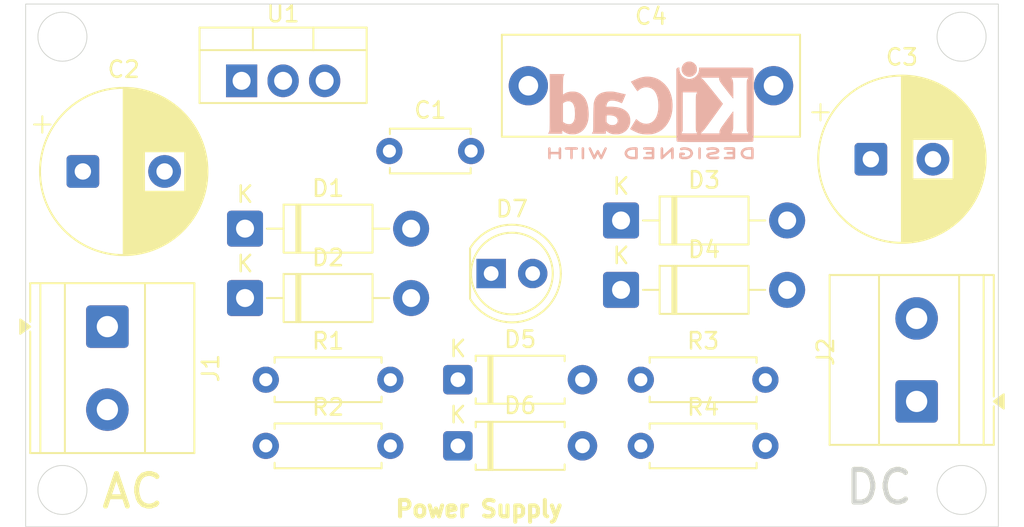
<source format=kicad_pcb>
(kicad_pcb (version 20241229) (generator "pcbnew") (generator_version "9.0")
  (layers (0 "F.Cu" signal) (2 "B.Cu" signal) (13 "F.Paste" user) (15 "B.Paste" user) (5 "F.SilkS" user "F.Silkscreen") (7 "B.SilkS" user "B.Silkscreen") (1 "F.Mask" user) (3 "B.Mask" user) (25 "Edge.Cuts" user))
  (net 0 "")
  (net 1 "Net-(D1-K)")
  (net 2 "GND")
  (net 3 "Net-(J2-Pin_1)")
  (net 4 "Net-(D1-A)")
  (net 5 "Net-(J1-Pin_2)")
  (net 6 "Net-(D2-A)")
  (net 7 "Net-(D5-A)")
  (net 8 "Net-(D6-A)")
  (net 9 "Net-(D7-A)")
  (footprint "Capacitor_THT:C_Rect_L18.0mm_W6.0mm_P15.00mm_FKS3_FKP3" (layer "F.Cu") (at 104.75 65.25)
    (property "Reference" "C4" (at 7.5 -4.25 0) (layer "F.SilkS"))
    (property "Value" "225k/2.2uF")
    (pad "1" thru_hole circle (at 0 0) (size 2.4 2.4) (drill 1.2) (layers "*.Cu" "*.Mask") (net 5 "Net-(J1-Pin_2)"))
    (pad "2" thru_hole circle (at 15 0) (size 2.4 2.4) (drill 1.2) (layers "*.Cu" "*.Mask") (net 4 "Net-(D1-A)"))
  )
  (footprint "Diode_THT:D_DO-41_SOD81_P10.16mm_Horizontal" (layer "F.Cu") (at 87.42 78.25)
    (property "Reference" "D2" (at 5.08 -2.47 0) (layer "F.SilkS"))
    (property "Value" "1N4007")
    (fp_text user "K" (at 0 -2.1 0) (layer "F.SilkS"))
    (pad "1" thru_hole roundrect (at 0 0) (size 2.2 2.2) (drill 1.1) (layers "*.Cu" "*.Mask") (roundrect_rratio 0.113636) (net 1 "Net-(D1-K)"))
    (pad "2" thru_hole circle (at 10.16 0) (size 2.2 2.2) (drill 1.1) (layers "*.Cu" "*.Mask") (net 6 "Net-(D2-A)"))
  )
  (footprint "Diode_THT:D_DO-41_SOD81_P10.16mm_Horizontal" (layer "F.Cu") (at 110.42 77.75)
    (property "Reference" "D4" (at 5.08 -2.47 0) (layer "F.SilkS"))
    (property "Value" "1N4007")
    (fp_text user "K" (at 0 -2.1 0) (layer "F.SilkS"))
    (pad "1" thru_hole roundrect (at 0 0) (size 2.2 2.2) (drill 1.1) (layers "*.Cu" "*.Mask") (roundrect_rratio 0.113636) (net 6 "Net-(D2-A)"))
    (pad "2" thru_hole circle (at 10.16 0) (size 2.2 2.2) (drill 1.1) (layers "*.Cu" "*.Mask") (net 2 "GND"))
  )
  (footprint "Capacitor_THT:C_Disc_D4.7mm_W2.5mm_P5.00mm" (layer "F.Cu") (at 96.25 69.25)
    (property "Reference" "C1" (at 2.5 -2.5 0) (layer "F.SilkS"))
    (property "Value" "0.1uF")
    (pad "1" thru_hole circle (at 0 0) (size 1.6 1.6) (drill 0.8) (layers "*.Cu" "*.Mask") (net 1 "Net-(D1-K)"))
    (pad "2" thru_hole circle (at 5 0) (size 1.6 1.6) (drill 0.8) (layers "*.Cu" "*.Mask") (net 2 "GND"))
  )
  (footprint "TerminalBlock_Phoenix:TerminalBlock_Phoenix_MKDS-1,5-2-5.08_1x02_P5.08mm_Horizontal" (layer "F.Cu") (at 79 80 -90)
    (property "Reference" "J1" (at 2.54 -6.32 90) (layer "F.SilkS"))
    (property "Value" "Screw_Terminal_01x02")
    (pad "1" thru_hole roundrect (at 0 0 270) (size 2.6 2.6) (drill 1.3) (layers "*.Cu" "*.Mask") (roundrect_rratio 0.096154) (net 6 "Net-(D2-A)"))
    (pad "2" thru_hole circle (at 5.08 0 270) (size 2.6 2.6) (drill 1.3) (layers "*.Cu" "*.Mask") (net 5 "Net-(J1-Pin_2)"))
  )
  (footprint "Resistor_THT:R_Axial_DIN0207_L6.3mm_D2.5mm_P7.62mm_Horizontal" (layer "F.Cu") (at 88.69 87.3)
    (property "Reference" "R2" (at 3.81 -2.37 0) (layer "F.SilkS"))
    (property "Value" "20k")
    (pad "1" thru_hole circle (at 0 0) (size 1.6 1.6) (drill 0.8) (layers "*.Cu" "*.Mask") (net 8 "Net-(D6-A)"))
    (pad "2" thru_hole circle (at 7.62 0) (size 1.6 1.6) (drill 0.8) (layers "*.Cu" "*.Mask") (net 2 "GND"))
  )
  (footprint "Resistor_THT:R_Axial_DIN0207_L6.3mm_D2.5mm_P7.62mm_Horizontal" (layer "F.Cu") (at 111.63 83.25)
    (property "Reference" "R3" (at 3.81 -2.37 0) (layer "F.SilkS"))
    (property "Value" "20k")
    (pad "1" thru_hole circle (at 0 0) (size 1.6 1.6) (drill 0.8) (layers "*.Cu" "*.Mask") (net 7 "Net-(D5-A)"))
    (pad "2" thru_hole circle (at 7.62 0) (size 1.6 1.6) (drill 0.8) (layers "*.Cu" "*.Mask") (net 2 "GND"))
  )
  (footprint "Diode_THT:D_DO-41_SOD81_P10.16mm_Horizontal" (layer "F.Cu") (at 87.42 74)
    (property "Reference" "D1" (at 5.08 -2.47 0) (layer "F.SilkS"))
    (property "Value" "1N4007")
    (fp_text user "K" (at 0 -2.1 0) (layer "F.SilkS"))
    (pad "1" thru_hole roundrect (at 0 0) (size 2.2 2.2) (drill 1.1) (layers "*.Cu" "*.Mask") (roundrect_rratio 0.113636) (net 1 "Net-(D1-K)"))
    (pad "2" thru_hole circle (at 10.16 0) (size 2.2 2.2) (drill 1.1) (layers "*.Cu" "*.Mask") (net 4 "Net-(D1-A)"))
  )
  (footprint "Capacitor_THT:CP_Radial_D10.0mm_P5.00mm" (layer "F.Cu") (at 77.5 70.5)
    (property "Reference" "C2" (at 2.5 -6.25 0) (layer "F.SilkS"))
    (property "Value" "1000uF")
    (pad "1" thru_hole roundrect (at 0 0) (size 2 2) (drill 1) (layers "*.Cu" "*.Mask") (roundrect_rratio 0.125) (net 1 "Net-(D1-K)"))
    (pad "2" thru_hole circle (at 5 0) (size 2 2) (drill 1) (layers "*.Cu" "*.Mask") (net 2 "GND"))
  )
  (footprint "Resistor_THT:R_Axial_DIN0207_L6.3mm_D2.5mm_P7.62mm_Horizontal" (layer "F.Cu") (at 88.69 83.25)
    (property "Reference" "R1" (at 3.81 -2.37 0) (layer "F.SilkS"))
    (property "Value" "1M")
    (pad "1" thru_hole circle (at 0 0) (size 1.6 1.6) (drill 0.8) (layers "*.Cu" "*.Mask") (net 5 "Net-(J1-Pin_2)"))
    (pad "2" thru_hole circle (at 7.62 0) (size 1.6 1.6) (drill 0.8) (layers "*.Cu" "*.Mask") (net 4 "Net-(D1-A)"))
  )
  (footprint "Package_TO_SOT_THT:TO-220-3_Vertical" (layer "F.Cu") (at 87.21 64.95)
    (property "Reference" "U1" (at 2.54 -4.1 0) (layer "F.SilkS"))
    (property "Value" "LM7805_TO220")
    (pad "1" thru_hole rect (at 0 0) (size 1.905 2) (drill 1.1) (layers "*.Cu" "*.Mask") (net 1 "Net-(D1-K)"))
    (pad "2" thru_hole oval (at 2.54 0) (size 1.905 2) (drill 1.1) (layers "*.Cu" "*.Mask") (net 2 "GND"))
    (pad "3" thru_hole oval (at 5.08 0) (size 1.905 2) (drill 1.1) (layers "*.Cu" "*.Mask") (net 3 "Net-(J2-Pin_1)"))
  )
  (footprint "TerminalBlock_Phoenix:TerminalBlock_Phoenix_MKDS-1,5-2-5.08_1x02_P5.08mm_Horizontal" (layer "F.Cu") (at 128.5 84.58 90)
    (property "Reference" "J2" (at 3.04 -5.57 90) (layer "F.SilkS"))
    (property "Value" "Screw_Terminal_01x02")
    (pad "1" thru_hole roundrect (at 0 0 90) (size 2.6 2.6) (drill 1.3) (layers "*.Cu" "*.Mask") (roundrect_rratio 0.096154) (net 3 "Net-(J2-Pin_1)"))
    (pad "2" thru_hole circle (at 5.08 0 90) (size 2.6 2.6) (drill 1.3) (layers "*.Cu" "*.Mask") (net 2 "GND"))
  )
  (footprint "Diode_THT:D_A-405_P7.62mm_Horizontal" (layer "F.Cu") (at 100.44 87.3)
    (property "Reference" "D6" (at 3.81 -2.47 0) (layer "F.SilkS"))
    (property "Value" "D_Zener")
    (fp_text user "K" (at 0 -1.9 0) (layer "F.SilkS"))
    (pad "1" thru_hole roundrect (at 0 0) (size 1.8 1.8) (drill 0.9) (layers "*.Cu" "*.Mask") (roundrect_rratio 0.138889) (net 1 "Net-(D1-K)"))
    (pad "2" thru_hole circle (at 7.62 0) (size 1.8 1.8) (drill 0.9) (layers "*.Cu" "*.Mask") (net 8 "Net-(D6-A)"))
  )
  (footprint "Diode_THT:D_DO-41_SOD81_P10.16mm_Horizontal" (layer "F.Cu") (at 110.42 73.5)
    (property "Reference" "D3" (at 5.08 -2.47 0) (layer "F.SilkS"))
    (property "Value" "1N4007")
    (fp_text user "K" (at 0 -2.1 0) (layer "F.SilkS"))
    (pad "1" thru_hole roundrect (at 0 0) (size 2.2 2.2) (drill 1.1) (layers "*.Cu" "*.Mask") (roundrect_rratio 0.113636) (net 4 "Net-(D1-A)"))
    (pad "2" thru_hole circle (at 10.16 0) (size 2.2 2.2) (drill 1.1) (layers "*.Cu" "*.Mask") (net 2 "GND"))
  )
  (footprint "Capacitor_THT:CP_Radial_D10.0mm_P3.80mm" (layer "F.Cu") (at 125.7 69.75)
    (property "Reference" "C3" (at 1.9 -6.25 0) (layer "F.SilkS"))
    (property "Value" "470uF")
    (pad "1" thru_hole roundrect (at 0 0) (size 2 2) (drill 1) (layers "*.Cu" "*.Mask") (roundrect_rratio 0.125) (net 3 "Net-(J2-Pin_1)"))
    (pad "2" thru_hole circle (at 3.8 0) (size 2 2) (drill 1) (layers "*.Cu" "*.Mask") (net 2 "GND"))
  )
  (footprint "LED_THT:LED_D5.0mm" (layer "F.Cu") (at 102.475 76.75)
    (property "Reference" "D7" (at 1.27 -3.96 0) (layer "F.SilkS"))
    (property "Value" "LED")
    (pad "1" thru_hole rect (at 0 0) (size 1.8 1.8) (drill 0.9) (layers "*.Cu" "*.Mask") (net 2 "GND"))
    (pad "2" thru_hole circle (at 2.54 0) (size 1.8 1.8) (drill 0.9) (layers "*.Cu" "*.Mask") (net 9 "Net-(D7-A)"))
  )
  (footprint "Diode_THT:D_A-405_P7.62mm_Horizontal" (layer "F.Cu") (at 100.44 83.25)
    (property "Reference" "D5" (at 3.81 -2.47 0) (layer "F.SilkS"))
    (property "Value" "D_Zener")
    (fp_text user "K" (at 0 -1.9 0) (layer "F.SilkS"))
    (pad "1" thru_hole roundrect (at 0 0) (size 1.8 1.8) (drill 0.9) (layers "*.Cu" "*.Mask") (roundrect_rratio 0.138889) (net 1 "Net-(D1-K)"))
    (pad "2" thru_hole circle (at 7.62 0) (size 1.8 1.8) (drill 0.9) (layers "*.Cu" "*.Mask") (net 7 "Net-(D5-A)"))
  )
  (footprint "Resistor_THT:R_Axial_DIN0207_L6.3mm_D2.5mm_P7.62mm_Horizontal" (layer "F.Cu") (at 111.63 87.3)
    (property "Reference" "R4" (at 3.81 -2.37 0) (layer "F.SilkS"))
    (property "Value" "2.2k")
    (pad "1" thru_hole circle (at 0 0) (size 1.6 1.6) (drill 0.8) (layers "*.Cu" "*.Mask") (net 1 "Net-(D1-K)"))
    (pad "2" thru_hole circle (at 7.62 0) (size 1.6 1.6) (drill 0.8) (layers "*.Cu" "*.Mask") (net 9 "Net-(D7-A)"))
  )
  (footprint "Symbol:KiCad-Logo2_5mm_SilkScreen" (layer "B.Cu") (at 112.25 66.75 180)
    (property "Reference" "REF**" (hide yes))
    (property "Value" "KiCad-Logo2_5mm_SilkScreen" (hide yes))
  )
  (gr_circle (center 76.25 90) (end 76.25 88.5) (stroke (width 0.05)) (fill no) (layer "Edge.Cuts"))
  (gr_rect (start 74 60.25) (end 133.5 92.25) (stroke (width 0.05)) (fill no) (layer "Edge.Cuts"))
  (gr_circle (center 131.25 90) (end 131.25 88.5) (stroke (width 0.05)) (fill no) (layer "Edge.Cuts"))
  (gr_circle (center 76.25 62.25) (end 76.25 60.75) (stroke (width 0.05)) (fill no) (layer "Edge.Cuts"))
  (gr_circle (center 131.25 62.25) (end 131.25 60.75) (stroke (width 0.05)) (fill no) (layer "Edge.Cuts"))
  (gr_text "DC\n" (at 124 91 0) (layer "F.SilkS") (effects (font (size 2 2) (thickness 0.3) (bold yes)) (justify left bottom)))
  (gr_text "AC" (at 78.5 91.25 0) (layer "F.SilkS") (effects (font (size 2 2) (thickness 0.3)) (justify left bottom)))
  (gr_text "Power Supply\n" (at 96.5 91.75 0) (layer "F.SilkS") (effects (font (size 1 1) (thickness 0.25) (bold yes)) (justify left bottom)))
  (gr_text "DC" (at 124 91 0) (layer "Edge.Cuts") (effects (font (size 2 2) (thickness 0.3)) (justify left bottom)))
)
</source>
